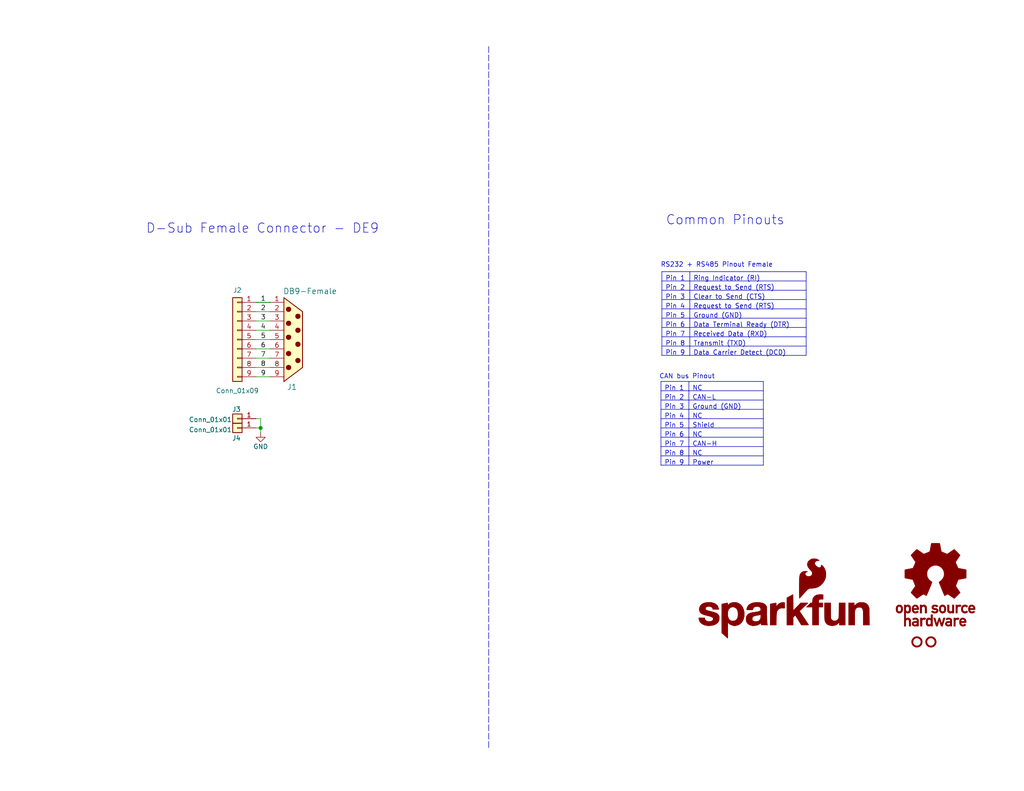
<source format=kicad_sch>
(kicad_sch (version 20250114) (generator "eeschema") (generator_version "9.0")
  (paper "USLetter")
  (title_block (title "SparkFun DB9 Breakout") (rev "v10") (company "SparkFun Electronics") (comment 1 "Designed by: Elias Santistevan"))
  (lib_symbols
    (symbol "DB9-Female:DB9 Female" (pin_names (offset 0.254) (hide yes))
      (property "Reference" "J" (at 1.016 12.7 0))
      (property "Value" "DB9-Female" (at 0 -13.97 0))
      (symbol "DB9 Female_1_1"
        (pin passive line (at -6.35 10.16 0) (length 3.81) (name "1") (number "1"))
        (pin passive line (at -6.35 7.62 0) (length 3.81) (name "2") (number "2"))
        (pin passive line (at -6.35 5.08 0) (length 3.81) (name "3") (number "3"))
        (pin passive line (at -6.35 2.54 0) (length 3.81) (name "4") (number "4"))
        (pin passive line (at -6.35 0 0) (length 3.81) (name "5") (number "5"))
        (pin passive line (at -6.35 -2.54 0) (length 3.81) (name "6") (number "6"))
        (pin passive line (at -6.35 -5.08 0) (length 3.81) (name "7") (number "7"))
        (pin passive line (at -6.35 -7.62 0) (length 3.81) (name "8") (number "8"))
        (pin passive line (at -6.35 -10.16 0) (length 3.81) (name "9") (number "9"))
      )
      (symbol "DB9 Female_1_2"
        (pin unspecified line (at 0 0 0) (length 5.08) (name "1") (number "1"))
        (pin unspecified line (at 0 -2.54 0) (length 5.08) (name "2") (number "2"))
        (pin unspecified line (at 0 -5.08 0) (length 5.08) (name "3") (number "3"))
        (pin unspecified line (at 0 -7.62 0) (length 5.08) (name "4") (number "4"))
        (pin unspecified line (at 0 -10.16 0) (length 5.08) (name "5") (number "5"))
        (pin unspecified line (at 0 -12.7 0) (length 5.08) (name "6") (number "6"))
        (pin unspecified line (at 0 -15.24 0) (length 5.08) (name "7") (number "7"))
        (pin unspecified line (at 0 -17.78 0) (length 5.08) (name "8") (number "8"))
        (pin unspecified line (at 0 -20.32 0) (length 5.08) (name "9") (number "9"))
      )
    )
    (symbol "SparkFun-Aesthetic:OSHW_Logo" (pin_names (offset 1.016)) (in_bom no))
    (symbol "SparkFun-Aesthetic:SparkFun_Logo" (pin_names (offset 1.016)) (on_board no))
    (symbol "SparkFun-Connector:Conn_01x01" (pin_names (offset 1.016) (hide yes))
      (property "Reference" "J" (at 0 2.54 0))
      (property "Value" "Conn_01x01" (at 0 -2.54 0))
      (symbol "Conn_01x01_1_1"
        (pin passive line (at -5.08 0 0) (length 3.81) (name "Pin_1") (number "1"))
      )
    )
    (symbol "SparkFun-Connector:Conn_01x09" (pin_names (offset 1.016) (hide yes))
      (property "Reference" "J" (at 0 12.7 0))
      (property "Value" "Conn_01x09" (at 0 -12.7 0))
      (symbol "Conn_01x09_1_1"
        (pin passive line (at -5.08 10.16 0) (length 3.81) (name "Pin_1") (number "1"))
        (pin passive line (at -5.08 7.62 0) (length 3.81) (name "Pin_2") (number "2"))
        (pin passive line (at -5.08 5.08 0) (length 3.81) (name "Pin_3") (number "3"))
        (pin passive line (at -5.08 2.54 0) (length 3.81) (name "Pin_4") (number "4"))
        (pin passive line (at -5.08 0 0) (length 3.81) (name "Pin_5") (number "5"))
        (pin passive line (at -5.08 -2.54 0) (length 3.81) (name "Pin_6") (number "6"))
        (pin passive line (at -5.08 -5.08 0) (length 3.81) (name "Pin_7") (number "7"))
        (pin passive line (at -5.08 -7.62 0) (length 3.81) (name "Pin_8") (number "8"))
        (pin passive line (at -5.08 -10.16 0) (length 3.81) (name "Pin_9") (number "9"))
      )
    )
    (symbol "SparkFun-Hardware:Standoff")
    (symbol "SparkFun-PowerSymbol:GND" (power) (pin_names (offset 0))
      (property "Value" "GND" (at 0 -3.81 0))
      (symbol "GND_1_1"
        (pin power_in line (at 0 0 270) (length 0) (hide yes) (name "GND") (number "1"))
      )
    )
  )
  (text "Common Pinouts" (at 197.866 60.198 0) (effects (font (size 2.54 2.54))))
  (text "RS232 + RS485 Pinout Female" (at 195.58 72.39 0) (effects (font (size 1.27 1.27))))
  (text "CAN bus Pinout " (at 187.96 102.87 0) (effects (font (size 1.27 1.27))))
  (text "D-Sub Female Connector - DE9" (at 71.628 62.484 0) (effects (font (size 2.54 2.54))))
  (junction (at 71.12 116.84))
  (wire (pts (xy 69.85 92.71) (xy 73.66 92.71)))
  (wire (pts (xy 71.12 116.84) (xy 71.12 118.11)))
  (wire (pts (xy 69.85 82.55) (xy 73.66 82.55)) (stroke (width 0.2286)))
  (wire (pts (xy 69.85 100.33) (xy 73.66 100.33)))
  (wire (pts (xy 69.85 87.63) (xy 73.66 87.63)))
  (wire (pts (xy 69.85 102.87) (xy 73.66 102.87)))
  (polyline (pts (xy 133.35 12.7) (xy 133.35 204.47)) (stroke (width 0) (type dash)))
  (wire (pts (xy 69.85 116.84) (xy 71.12 116.84)))
  (wire (pts (xy 69.85 114.3) (xy 71.12 114.3)))
  (wire (pts (xy 69.85 97.79) (xy 73.66 97.79)))
  (wire (pts (xy 69.85 95.25) (xy 73.66 95.25)))
  (wire (pts (xy 69.85 90.17) (xy 73.66 90.17)))
  (wire (pts (xy 71.12 114.3) (xy 71.12 116.84)))
  (wire (pts (xy 69.85 85.09) (xy 73.66 85.09)))
  (table (column_count 2) (border (external yes) (header yes)) (separators (rows yes) (cols yes)) (column_widths 7.62 20.32) (row_heights 2.54 2.54 2.54 2.54 2.54 2.54 2.54 2.54 2.54) (cells (table_cell "Pin 1" (at 180.34 104.14 0) (size 7.62 2.54) (margins 0.9525 0.9525 0.9525 0.9525) (span 1 1)) (table_cell "NC" (at 187.96 104.14 0) (size 20.32 2.54) (margins 0.9525 0.9525 0.9525 0.9525) (span 1 1)) (table_cell "Pin 2" (at 180.34 106.68 0) (size 7.62 2.54) (margins 0.9525 0.9525 0.9525 0.9525) (span 1 1)) (table_cell "CAN-L" (at 187.96 106.68 0) (size 20.32 2.54) (margins 0.9525 0.9525 0.9525 0.9525) (span 1 1)) (table_cell "Pin 3" (at 180.34 109.22 0) (size 7.62 2.54) (margins 0.9525 0.9525 0.9525 0.9525) (span 1 1)) (table_cell "Ground (GND)" (at 187.96 109.22 0) (size 20.32 2.54) (margins 0.9525 0.9525 0.9525 0.9525) (span 1 1)) (table_cell "Pin 4" (at 180.34 111.76 0) (size 7.62 2.54) (margins 0.9525 0.9525 0.9525 0.9525) (span 1 1)) (table_cell "NC" (at 187.96 111.76 0) (size 20.32 2.54) (margins 0.9525 0.9525 0.9525 0.9525) (span 1 1)) (table_cell "Pin 5" (at 180.34 114.3 0) (size 7.62 2.54) (margins 0.9525 0.9525 0.9525 0.9525) (span 1 1)) (table_cell "Shield" (at 187.96 114.3 0) (size 20.32 2.54) (margins 0.9525 0.9525 0.9525 0.9525) (span 1 1)) (table_cell "Pin 6" (at 180.34 116.84 0) (size 7.62 2.54) (margins 0.9525 0.9525 0.9525 0.9525) (span 1 1)) (table_cell "NC" (at 187.96 116.84 0) (size 20.32 2.54) (margins 0.9525 0.9525 0.9525 0.9525) (span 1 1)) (table_cell "Pin 7" (at 180.34 119.38 0) (size 7.62 2.54) (margins 0.9525 0.9525 0.9525 0.9525) (span 1 1)) (table_cell "CAN-H" (at 187.96 119.38 0) (size 20.32 2.54) (margins 0.9525 0.9525 0.9525 0.9525) (span 1 1)) (table_cell "Pin 8 " (at 180.34 121.92 0) (size 7.62 2.54) (margins 0.9525 0.9525 0.9525 0.9525) (span 1 1)) (table_cell "NC" (at 187.96 121.92 0) (size 20.32 2.54) (margins 0.9525 0.9525 0.9525 0.9525) (span 1 1)) (table_cell "Pin 9" (at 180.34 124.46 0) (size 7.62 2.54) (margins 0.9525 0.9525 0.9525 0.9525) (span 1 1)) (table_cell "Power" (at 187.96 124.46 0) (size 20.32 2.54) (margins 0.9525 0.9525 0.9525 0.9525) (span 1 1))))
  (table (column_count 2) (border (external yes) (header yes)) (separators (rows yes) (cols yes)) (column_widths 7.62 31.75) (row_heights 2.54 2.54 2.54 2.54 2.54 2.54 2.54 2.54 2.54) (cells (table_cell "Pin 1" (at 180.594 74.168 0) (size 7.62 2.54) (margins 0.9525 0.9525 0.9525 0.9525) (span 1 1)) (table_cell "Ring Indicator (RI)" (at 188.214 74.168 0) (size 31.75 2.54) (margins 0.9525 0.9525 0.9525 0.9525) (span 1 1)) (table_cell "Pin 2" (at 180.594 76.708 0) (size 7.62 2.54) (margins 0.9525 0.9525 0.9525 0.9525) (span 1 1)) (table_cell "Request to Send (RTS)" (at 188.214 76.708 0) (size 31.75 2.54) (margins 0.9525 0.9525 0.9525 0.9525) (span 1 1)) (table_cell "Pin 3" (at 180.594 79.248 0) (size 7.62 2.54) (margins 0.9525 0.9525 0.9525 0.9525) (span 1 1)) (table_cell "Clear to Send (CTS)" (at 188.214 79.248 0) (size 31.75 2.54) (margins 0.9525 0.9525 0.9525 0.9525) (span 1 1)) (table_cell "Pin 4" (at 180.594 81.788 0) (size 7.62 2.54) (margins 0.9525 0.9525 0.9525 0.9525) (span 1 1)) (table_cell "Request to Send (RTS)" (at 188.214 81.788 0) (size 31.75 2.54) (margins 0.9525 0.9525 0.9525 0.9525) (span 1 1)) (table_cell "Pin 5" (at 180.594 84.328 0) (size 7.62 2.54) (margins 0.9525 0.9525 0.9525 0.9525) (span 1 1)) (table_cell "Ground (GND)" (at 188.214 84.328 0) (size 31.75 2.54) (margins 0.9525 0.9525 0.9525 0.9525) (span 1 1)) (table_cell "Pin 6" (at 180.594 86.868 0) (size 7.62 2.54) (margins 0.9525 0.9525 0.9525 0.9525) (span 1 1)) (table_cell "Data Terminal Ready (DTR)" (at 188.214 86.868 0) (size 31.75 2.54) (margins 0.9525 0.9525 0.9525 0.9525) (span 1 1)) (table_cell "Pin 7" (at 180.594 89.408 0) (size 7.62 2.54) (margins 0.9525 0.9525 0.9525 0.9525) (span 1 1)) (table_cell "Received Data (RXD)" (at 188.214 89.408 0) (size 31.75 2.54) (margins 0.9525 0.9525 0.9525 0.9525) (span 1 1)) (table_cell "Pin 8" (at 180.594 91.948 0) (size 7.62 2.54) (margins 0.9525 0.9525 0.9525 0.9525) (span 1 1)) (table_cell "Transmit (TXD)" (at 188.214 91.948 0) (size 31.75 2.54) (margins 0.9525 0.9525 0.9525 0.9525) (span 1 1)) (table_cell "Pin 9" (at 180.594 94.488 0) (size 7.62 2.54) (margins 0.9525 0.9525 0.9525 0.9525) (span 1 1)) (table_cell "Data Carrier Detect (DCD)" (at 188.214 94.488 0) (size 31.75 2.54) (margins 0.9525 0.9525 0.9525 0.9525) (span 1 1))))
  (label "4" (at 71.12 90.17 0))
  (label "3" (at 71.12 87.63 0))
  (label "9" (at 71.12 102.87 0))
  (label "5" (at 71.12 92.71 0))
  (label "6" (at 71.12 95.25 0))
  (label "7" (at 71.12 97.79 0))
  (label "1" (at 71.12 82.55 0))
  (label "2" (at 71.12 85.09 0))
  (label "8" (at 71.12 100.33 0))
  (symbol (lib_id "SparkFun-Hardware:Standoff") (at 254 175.26 0) (unit 1)
    (property "Reference" "ST2" (effects (hide yes)))
    (property "Value" "Stand_off" (effects (hide yes)))
    (property "Footprint" "SparkFun-Hardware:Standoff" (effects (hide yes)))
    (property "Description" "Drill holes for mechanically mounting via screws, standoffs, etc." (effects (hide yes)))
  )
  (symbol (lib_id "SparkFun-PowerSymbol:GND") (at 71.12 118.11 0) (unit 1)
    (property "Reference" "#PWR01" (effects (hide yes)))
    (property "Value" "GND" (at 71.12 121.92 0))
    (property "Description" "Power symbol creates a global label with name \"GND\" , ground" (effects (hide yes)))
  )
  (symbol (lib_id "SparkFun-Aesthetic:SparkFun_Logo") (at 213.36 167.64 0) (unit 1) (on_board no)
    (property "Reference" "G1" (effects (hide yes)))
    (property "Value" "SparkFun_Logo" (effects (hide yes)))
    (property "Footprint" "SparkFun-Aesthetic:SparkFun_Logo_8mm" (effects (hide yes)))
  )
  (symbol (lib_id "SparkFun-Connector:Conn_01x09") (at 64.77 92.71 0) (mirror y) (unit 1)
    (property "Reference" "J2" (at 64.77 79.248 0))
    (property "Value" "Conn_01x09" (at 64.77 106.68 0))
    (property "Footprint" "SparkFun-Connector:1x09" (effects (hide yes)))
    (property "Description" "Basic 0.1\" PTH" (effects (hide yes)))
  )
  (symbol (lib_id "SparkFun-Hardware:Standoff") (at 250.19 175.26 0) (unit 1)
    (property "Reference" "ST1" (effects (hide yes)))
    (property "Value" "Stand_off" (effects (hide yes)))
    (property "Footprint" "SparkFun-Hardware:Standoff" (effects (hide yes)))
    (property "Description" "Drill holes for mechanically mounting via screws, standoffs, etc." (effects (hide yes)))
  )
  (symbol (lib_id "SparkFun-Connector:Conn_01x01") (at 64.77 116.84 180) (unit 1)
    (property "Reference" "J4" (at 64.516 119.634 0))
    (property "Value" "Conn_01x01" (at 57.404 114.554 0))
    (property "Footprint" "SparkFun-Connector:1x01" (effects (hide yes)))
    (property "Description" "Basic 0.1\" PTH" (effects (hide yes)))
  )
  (symbol (lib_id "SparkFun-Aesthetic:OSHW_Logo") (at 255.27 163.83 0) (unit 1) (in_bom no)
    (property "Reference" "G3" (effects (hide yes)))
    (property "Value" "OSHW_Logo" (effects (hide yes)))
    (property "Footprint" "SparkFun-Aesthetic:Creative_Commons_License" (effects (hide yes)))
  )
  (symbol (lib_id "SparkFun-Aesthetic:SparkFun_Logo") (at 213.36 167.64 0) (unit 1) (on_board no)
    (property "Reference" "G2" (effects (hide yes)))
    (property "Value" "SparkFun_Logo" (effects (hide yes)))
  )
  (symbol (lib_id "SparkFun-Connector:Conn_01x01") (at 64.77 114.3 180) (unit 1)
    (property "Reference" "J3" (at 64.516 111.76 0))
    (property "Value" "Conn_01x01" (at 57.404 117.348 0))
    (property "Footprint" "SparkFun-Connector:1x01" (effects (hide yes)))
    (property "Description" "Basic 0.1\" PTH" (effects (hide yes)))
  )
  (symbol (lib_id "DB9-Female:DB9 Female") (at 80.01 92.71 0) (unit 1)
    (property "Reference" "J1" (at 78.232 105.664 0) (effects (font (size 1.524 1.524)) (justify left)))
    (property "Value" "DB9-Female" (at 77.216 79.502 0) (effects (font (size 1.524 1.524)) (justify left)))
    (property "Footprint" "DE9_Footprint:DB9_Female" (effects (hide yes)))
    (property "Datasheet" "https://www.lcsc.com/datasheet/lcsc_datasheet_2411220417_XUNPU-D-SUB-DR-9PCM-CB_C19077337.pdf" (effects (hide yes)))
  )
)
</source>
